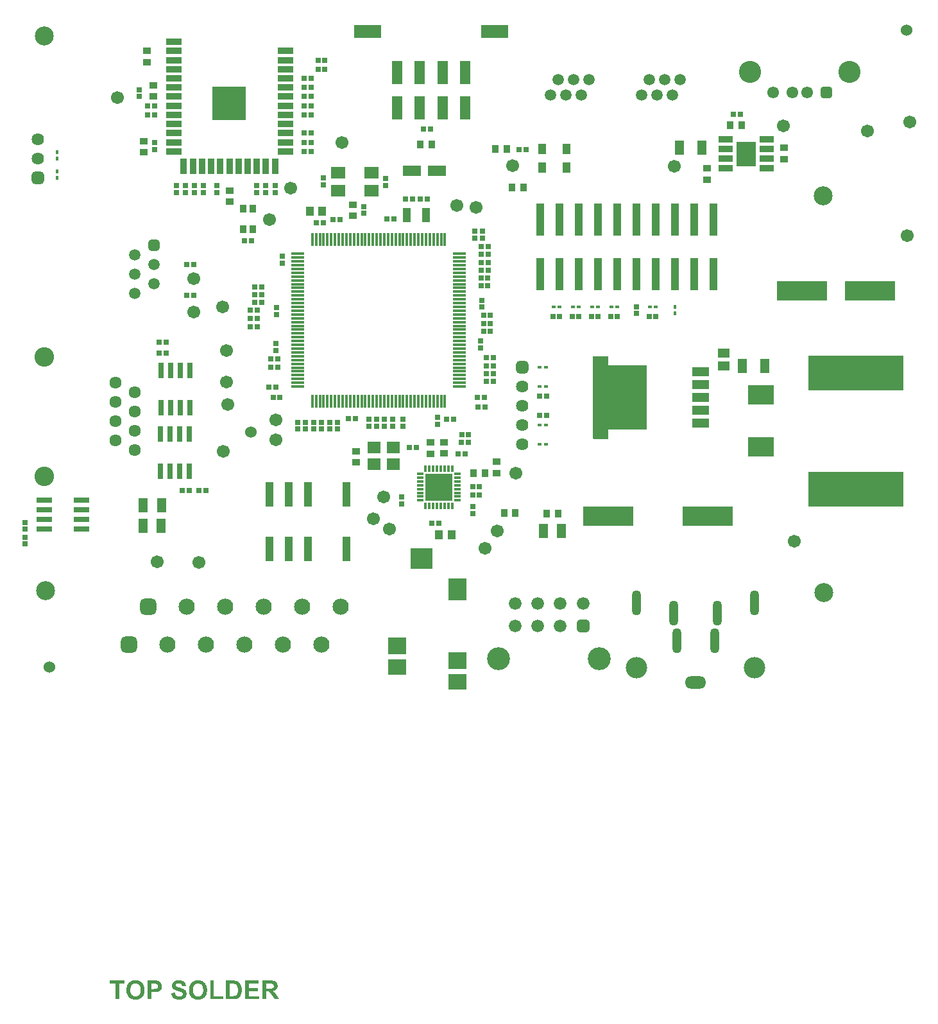
<source format=gts>
G04*
G04 #@! TF.GenerationSoftware,Altium Limited,Altium Designer,21.4.1 (30)*
G04*
G04 Layer_Color=8388736*
%FSLAX25Y25*%
%MOIN*%
G70*
G04*
G04 #@! TF.SameCoordinates,04E9EE4E-D336-421F-817C-04C26E83230A*
G04*
G04*
G04 #@! TF.FilePolarity,Negative*
G04*
G01*
G75*
%ADD52C,0.06000*%
%ADD53R,0.02800X0.02800*%
%ADD54R,0.06542X0.01500*%
%ADD55R,0.01500X0.06542*%
%ADD56C,0.06700*%
%ADD57R,0.03156X0.08200*%
%ADD58R,0.02800X0.02800*%
%ADD59R,0.07487X0.05912*%
%ADD60R,0.07100X0.06400*%
%ADD61R,0.04337X0.07487*%
%ADD62R,0.03550X0.04337*%
%ADD63R,0.08900X0.04600*%
%ADD64R,0.04400X0.16800*%
%ADD65R,0.10243X0.12998*%
%ADD66R,0.07487X0.03400*%
%ADD67R,0.04000X0.05200*%
%ADD68R,0.01975X0.01581*%
%ADD69R,0.04337X0.12841*%
%ADD70R,0.05128X0.07687*%
%ADD71R,0.05900X0.04700*%
%ADD72R,0.03800X0.04300*%
%ADD73R,0.01502X0.03747*%
%ADD74R,0.03747X0.01502*%
%ADD75R,0.14179X0.14179*%
%ADD76R,0.05400X0.11900*%
%ADD77R,0.13904X0.06896*%
%ADD78R,0.17723X0.17723*%
%ADD79R,0.03747X0.07900*%
%ADD80R,0.07900X0.03747*%
%ADD81R,0.49613X0.18117*%
%ADD82R,0.04200X0.04700*%
%ADD83R,0.09455X0.08274*%
%ADD84R,0.09455X0.09061*%
%ADD85R,0.09455X0.11424*%
%ADD86R,0.11424X0.10636*%
%ADD87R,0.09394X0.05394*%
%ADD88R,0.26394X0.10394*%
%ADD89R,0.05100X0.07500*%
%ADD90R,0.04300X0.03800*%
%ADD91R,0.08200X0.03156*%
%ADD92R,0.13392X0.10243*%
%ADD93R,0.01581X0.01975*%
%ADD94C,0.06334*%
%ADD95C,0.10138*%
%ADD96C,0.00394*%
%ADD97C,0.00400*%
%ADD98C,0.05900*%
G04:AMPARAMS|DCode=99|XSize=59mil|YSize=59mil|CornerRadius=15.75mil|HoleSize=0mil|Usage=FLASHONLY|Rotation=270.000|XOffset=0mil|YOffset=0mil|HoleType=Round|Shape=RoundedRectangle|*
%AMROUNDEDRECTD99*
21,1,0.05900,0.02750,0,0,270.0*
21,1,0.02750,0.05900,0,0,270.0*
1,1,0.03150,-0.01375,-0.01375*
1,1,0.03150,-0.01375,0.01375*
1,1,0.03150,0.01375,0.01375*
1,1,0.03150,0.01375,-0.01375*
%
%ADD99ROUNDEDRECTD99*%
%ADD100C,0.11500*%
%ADD101C,0.06100*%
G04:AMPARAMS|DCode=102|XSize=61mil|YSize=61mil|CornerRadius=16.25mil|HoleSize=0mil|Usage=FLASHONLY|Rotation=180.000|XOffset=0mil|YOffset=0mil|HoleType=Round|Shape=RoundedRectangle|*
%AMROUNDEDRECTD102*
21,1,0.06100,0.02850,0,0,180.0*
21,1,0.02850,0.06100,0,0,180.0*
1,1,0.03250,-0.01425,0.01425*
1,1,0.03250,0.01425,0.01425*
1,1,0.03250,0.01425,-0.01425*
1,1,0.03250,-0.01425,-0.01425*
%
%ADD102ROUNDEDRECTD102*%
G04:AMPARAMS|DCode=103|XSize=84mil|YSize=84mil|CornerRadius=22mil|HoleSize=0mil|Usage=FLASHONLY|Rotation=0.000|XOffset=0mil|YOffset=0mil|HoleType=Round|Shape=RoundedRectangle|*
%AMROUNDEDRECTD103*
21,1,0.08400,0.04000,0,0,0.0*
21,1,0.04000,0.08400,0,0,0.0*
1,1,0.04400,0.02000,-0.02000*
1,1,0.04400,-0.02000,-0.02000*
1,1,0.04400,-0.02000,0.02000*
1,1,0.04400,0.02000,0.02000*
%
%ADD103ROUNDEDRECTD103*%
%ADD104C,0.08400*%
%ADD105C,0.05906*%
%ADD106C,0.11900*%
%ADD107C,0.06600*%
G04:AMPARAMS|DCode=108|XSize=66mil|YSize=66mil|CornerRadius=17.5mil|HoleSize=0mil|Usage=FLASHONLY|Rotation=0.000|XOffset=0mil|YOffset=0mil|HoleType=Round|Shape=RoundedRectangle|*
%AMROUNDEDRECTD108*
21,1,0.06600,0.03100,0,0,0.0*
21,1,0.03100,0.06600,0,0,0.0*
1,1,0.03500,0.01550,-0.01550*
1,1,0.03500,-0.01550,-0.01550*
1,1,0.03500,-0.01550,0.01550*
1,1,0.03500,0.01550,0.01550*
%
%ADD108ROUNDEDRECTD108*%
%ADD109C,0.09843*%
%ADD110O,0.04800X0.13100*%
%ADD111O,0.11100X0.06400*%
%ADD112C,0.11100*%
%ADD113C,0.06400*%
G04:AMPARAMS|DCode=114|XSize=64mil|YSize=64mil|CornerRadius=17mil|HoleSize=0mil|Usage=FLASHONLY|Rotation=270.000|XOffset=0mil|YOffset=0mil|HoleType=Round|Shape=RoundedRectangle|*
%AMROUNDEDRECTD114*
21,1,0.06400,0.03000,0,0,270.0*
21,1,0.03000,0.06400,0,0,270.0*
1,1,0.03400,-0.01500,-0.01500*
1,1,0.03400,-0.01500,0.01500*
1,1,0.03400,0.01500,0.01500*
1,1,0.03400,0.01500,-0.01500*
%
%ADD114ROUNDEDRECTD114*%
G36*
X292366Y121850D02*
X292404Y121839D01*
X292439Y121820D01*
X292469Y121795D01*
X292494Y121765D01*
X292512Y121730D01*
X292524Y121692D01*
X292528Y121653D01*
Y116992D01*
X312327D01*
X312366Y116988D01*
X312404Y116976D01*
X312439Y116958D01*
X312469Y116933D01*
X312494Y116902D01*
X312512Y116868D01*
X312524Y116830D01*
X312528Y116791D01*
Y83995D01*
X312524Y83956D01*
X312512Y83919D01*
X312494Y83884D01*
X312469Y83853D01*
X312439Y83828D01*
X312404Y83810D01*
X312366Y83798D01*
X312327Y83794D01*
X292528D01*
Y79133D01*
X292524Y79094D01*
X292512Y79056D01*
X292494Y79022D01*
X292469Y78991D01*
X292439Y78966D01*
X292404Y78948D01*
X292366Y78936D01*
X292327Y78932D01*
X284807D01*
X284768Y78936D01*
X284730Y78948D01*
X284696Y78966D01*
X284665Y78991D01*
X284640Y79022D01*
X284622Y79056D01*
X284610Y79094D01*
X284606Y79133D01*
Y121653D01*
X284610Y121692D01*
X284622Y121730D01*
X284640Y121765D01*
X284665Y121795D01*
X284696Y121820D01*
X284730Y121839D01*
X284768Y121850D01*
X284807Y121854D01*
X292327D01*
X292366Y121850D01*
D02*
G37*
G36*
X69668Y-202125D02*
X69822Y-202139D01*
X70005Y-202153D01*
X70188Y-202182D01*
X70399Y-202210D01*
X70849Y-202308D01*
X71074Y-202378D01*
X71299Y-202449D01*
X71524Y-202547D01*
X71734Y-202660D01*
X71931Y-202786D01*
X72114Y-202927D01*
X72128Y-202941D01*
X72156Y-202969D01*
X72198Y-203011D01*
X72255Y-203067D01*
X72325Y-203152D01*
X72409Y-203250D01*
X72494Y-203362D01*
X72592Y-203489D01*
X72676Y-203644D01*
X72761Y-203798D01*
X72845Y-203981D01*
X72916Y-204178D01*
X72986Y-204375D01*
X73042Y-204600D01*
X73084Y-204825D01*
X73098Y-205078D01*
X71130Y-205148D01*
Y-205134D01*
Y-205120D01*
X71102Y-205022D01*
X71074Y-204895D01*
X71017Y-204740D01*
X70947Y-204558D01*
X70849Y-204389D01*
X70722Y-204220D01*
X70582Y-204080D01*
X70568Y-204065D01*
X70511Y-204023D01*
X70413Y-203967D01*
X70272Y-203911D01*
X70104Y-203855D01*
X69893Y-203798D01*
X69640Y-203756D01*
X69344Y-203742D01*
X69204D01*
X69049Y-203756D01*
X68866Y-203784D01*
X68655Y-203826D01*
X68430Y-203897D01*
X68220Y-203981D01*
X68023Y-204108D01*
X68009Y-204122D01*
X67980Y-204150D01*
X67924Y-204192D01*
X67868Y-204262D01*
X67812Y-204347D01*
X67756Y-204459D01*
X67727Y-204572D01*
X67713Y-204712D01*
Y-204726D01*
Y-204768D01*
X67727Y-204839D01*
X67756Y-204909D01*
X67784Y-205008D01*
X67826Y-205106D01*
X67896Y-205204D01*
X67994Y-205303D01*
X68009Y-205317D01*
X68079Y-205359D01*
X68121Y-205387D01*
X68191Y-205415D01*
X68262Y-205457D01*
X68360Y-205500D01*
X68473Y-205542D01*
X68599Y-205598D01*
X68754Y-205654D01*
X68908Y-205711D01*
X69105Y-205767D01*
X69316Y-205823D01*
X69541Y-205879D01*
X69794Y-205950D01*
X69808D01*
X69864Y-205964D01*
X69935Y-205978D01*
X70033Y-206006D01*
X70146Y-206034D01*
X70286Y-206076D01*
X70441Y-206118D01*
X70596Y-206160D01*
X70933Y-206273D01*
X71285Y-206385D01*
X71622Y-206512D01*
X71763Y-206582D01*
X71903Y-206653D01*
X71917D01*
X71931Y-206667D01*
X72016Y-206723D01*
X72142Y-206807D01*
X72297Y-206920D01*
X72466Y-207060D01*
X72648Y-207229D01*
X72831Y-207426D01*
X72986Y-207651D01*
X73000Y-207679D01*
X73042Y-207763D01*
X73112Y-207890D01*
X73183Y-208073D01*
X73253Y-208298D01*
X73323Y-208565D01*
X73365Y-208860D01*
X73379Y-209197D01*
Y-209211D01*
Y-209240D01*
Y-209282D01*
Y-209338D01*
X73365Y-209408D01*
X73351Y-209507D01*
X73323Y-209704D01*
X73267Y-209957D01*
X73183Y-210224D01*
X73056Y-210491D01*
X72901Y-210772D01*
Y-210786D01*
X72873Y-210800D01*
X72817Y-210885D01*
X72705Y-211025D01*
X72564Y-211180D01*
X72381Y-211363D01*
X72142Y-211531D01*
X71889Y-211700D01*
X71580Y-211855D01*
X71566D01*
X71538Y-211869D01*
X71495Y-211883D01*
X71425Y-211911D01*
X71341Y-211939D01*
X71242Y-211967D01*
X71130Y-211995D01*
X71003Y-212023D01*
X70849Y-212066D01*
X70694Y-212094D01*
X70328Y-212150D01*
X69921Y-212192D01*
X69471Y-212206D01*
X69288D01*
X69161Y-212192D01*
X69007Y-212178D01*
X68838Y-212164D01*
X68641Y-212136D01*
X68430Y-212094D01*
X67966Y-211995D01*
X67727Y-211925D01*
X67502Y-211855D01*
X67263Y-211756D01*
X67039Y-211644D01*
X66828Y-211517D01*
X66631Y-211363D01*
X66617Y-211349D01*
X66588Y-211320D01*
X66532Y-211278D01*
X66476Y-211208D01*
X66392Y-211110D01*
X66307Y-210997D01*
X66209Y-210871D01*
X66110Y-210730D01*
X66012Y-210561D01*
X65914Y-210379D01*
X65815Y-210168D01*
X65717Y-209943D01*
X65646Y-209704D01*
X65562Y-209436D01*
X65506Y-209155D01*
X65464Y-208860D01*
X67376Y-208677D01*
Y-208691D01*
X67390Y-208719D01*
Y-208776D01*
X67404Y-208832D01*
X67460Y-209001D01*
X67531Y-209211D01*
X67615Y-209451D01*
X67742Y-209689D01*
X67882Y-209900D01*
X68065Y-210097D01*
X68093Y-210111D01*
X68163Y-210168D01*
X68276Y-210238D01*
X68445Y-210322D01*
X68655Y-210407D01*
X68894Y-210477D01*
X69176Y-210533D01*
X69499Y-210547D01*
X69654D01*
X69822Y-210519D01*
X70033Y-210491D01*
X70258Y-210449D01*
X70497Y-210379D01*
X70722Y-210280D01*
X70919Y-210154D01*
X70947Y-210139D01*
X71003Y-210083D01*
X71074Y-209999D01*
X71172Y-209886D01*
X71257Y-209746D01*
X71341Y-209577D01*
X71397Y-209408D01*
X71411Y-209211D01*
Y-209197D01*
Y-209155D01*
X71397Y-209085D01*
X71383Y-209001D01*
X71355Y-208916D01*
X71327Y-208818D01*
X71271Y-208719D01*
X71200Y-208621D01*
X71186Y-208607D01*
X71158Y-208579D01*
X71116Y-208537D01*
X71046Y-208480D01*
X70947Y-208410D01*
X70821Y-208340D01*
X70680Y-208270D01*
X70497Y-208199D01*
X70483D01*
X70427Y-208171D01*
X70328Y-208143D01*
X70258Y-208115D01*
X70174Y-208101D01*
X70075Y-208073D01*
X69963Y-208031D01*
X69836Y-208002D01*
X69696Y-207960D01*
X69527Y-207918D01*
X69344Y-207876D01*
X69147Y-207820D01*
X68923Y-207763D01*
X68908D01*
X68852Y-207749D01*
X68768Y-207721D01*
X68669Y-207693D01*
X68543Y-207651D01*
X68388Y-207609D01*
X68234Y-207552D01*
X68051Y-207496D01*
X67685Y-207356D01*
X67334Y-207187D01*
X67151Y-207102D01*
X66996Y-207004D01*
X66842Y-206906D01*
X66715Y-206807D01*
X66701Y-206793D01*
X66673Y-206765D01*
X66631Y-206723D01*
X66575Y-206667D01*
X66504Y-206582D01*
X66434Y-206484D01*
X66350Y-206385D01*
X66279Y-206259D01*
X66110Y-205964D01*
X65970Y-205626D01*
X65914Y-205443D01*
X65872Y-205261D01*
X65843Y-205050D01*
X65829Y-204839D01*
Y-204825D01*
Y-204811D01*
Y-204768D01*
Y-204712D01*
X65857Y-204572D01*
X65886Y-204389D01*
X65928Y-204178D01*
X65998Y-203939D01*
X66096Y-203686D01*
X66237Y-203447D01*
Y-203433D01*
X66251Y-203419D01*
X66321Y-203334D01*
X66406Y-203222D01*
X66546Y-203081D01*
X66715Y-202927D01*
X66926Y-202758D01*
X67165Y-202603D01*
X67446Y-202463D01*
X67460D01*
X67488Y-202449D01*
X67531Y-202435D01*
X67587Y-202407D01*
X67671Y-202378D01*
X67756Y-202350D01*
X67868Y-202322D01*
X67994Y-202280D01*
X68276Y-202224D01*
X68599Y-202167D01*
X68965Y-202125D01*
X69372Y-202111D01*
X69541D01*
X69668Y-202125D01*
D02*
G37*
G36*
X117331Y-202308D02*
X117486D01*
X117640Y-202322D01*
X117823D01*
X118189Y-202364D01*
X118568Y-202407D01*
X118920Y-202477D01*
X119074Y-202519D01*
X119215Y-202561D01*
X119229D01*
X119243Y-202575D01*
X119328Y-202617D01*
X119454Y-202688D01*
X119623Y-202772D01*
X119806Y-202913D01*
X119988Y-203067D01*
X120171Y-203264D01*
X120340Y-203503D01*
Y-203517D01*
X120354Y-203531D01*
X120382Y-203573D01*
X120410Y-203616D01*
X120481Y-203756D01*
X120565Y-203939D01*
X120635Y-204164D01*
X120705Y-204417D01*
X120762Y-204712D01*
X120776Y-205022D01*
Y-205036D01*
Y-205064D01*
Y-205134D01*
X120762Y-205204D01*
Y-205303D01*
X120748Y-205401D01*
X120691Y-205654D01*
X120621Y-205950D01*
X120509Y-206245D01*
X120340Y-206554D01*
X120241Y-206695D01*
X120129Y-206835D01*
X120115Y-206849D01*
X120101Y-206863D01*
X120059Y-206906D01*
X120002Y-206948D01*
X119946Y-207004D01*
X119862Y-207074D01*
X119764Y-207145D01*
X119651Y-207215D01*
X119524Y-207299D01*
X119370Y-207370D01*
X119215Y-207440D01*
X119046Y-207510D01*
X118850Y-207580D01*
X118653Y-207637D01*
X118442Y-207693D01*
X118203Y-207735D01*
X118217D01*
X118231Y-207749D01*
X118315Y-207805D01*
X118428Y-207876D01*
X118568Y-207974D01*
X118737Y-208101D01*
X118906Y-208227D01*
X119089Y-208382D01*
X119243Y-208551D01*
X119257Y-208565D01*
X119328Y-208635D01*
X119412Y-208748D01*
X119538Y-208916D01*
X119707Y-209127D01*
X119792Y-209268D01*
X119890Y-209408D01*
X120002Y-209563D01*
X120115Y-209732D01*
X120241Y-209929D01*
X120368Y-210125D01*
X121563Y-212023D01*
X119201D01*
X117795Y-209914D01*
X117781Y-209900D01*
X117767Y-209858D01*
X117725Y-209802D01*
X117668Y-209732D01*
X117612Y-209647D01*
X117542Y-209535D01*
X117387Y-209310D01*
X117204Y-209057D01*
X117036Y-208832D01*
X116881Y-208621D01*
X116811Y-208551D01*
X116755Y-208480D01*
X116741Y-208466D01*
X116712Y-208438D01*
X116656Y-208382D01*
X116586Y-208312D01*
X116488Y-208255D01*
X116389Y-208185D01*
X116277Y-208129D01*
X116164Y-208073D01*
X116150D01*
X116108Y-208059D01*
X116038Y-208031D01*
X115925Y-208016D01*
X115785Y-207988D01*
X115616Y-207974D01*
X115419Y-207960D01*
X114786D01*
Y-212023D01*
X112818D01*
Y-202294D01*
X117204D01*
X117331Y-202308D01*
D02*
G37*
G36*
X110962Y-203939D02*
X105718D01*
Y-206090D01*
X110596D01*
Y-207735D01*
X105718D01*
Y-210379D01*
X111145D01*
Y-212023D01*
X103749D01*
Y-202294D01*
X110962D01*
Y-203939D01*
D02*
G37*
G36*
X97928Y-202308D02*
X98195Y-202322D01*
X98491Y-202336D01*
X98800Y-202378D01*
X99095Y-202420D01*
X99362Y-202491D01*
X99376D01*
X99405Y-202505D01*
X99447Y-202519D01*
X99503Y-202533D01*
X99672Y-202603D01*
X99869Y-202702D01*
X100093Y-202828D01*
X100347Y-202983D01*
X100586Y-203166D01*
X100825Y-203391D01*
X100839D01*
X100853Y-203419D01*
X100923Y-203503D01*
X101035Y-203644D01*
X101162Y-203826D01*
X101317Y-204051D01*
X101471Y-204319D01*
X101626Y-204628D01*
X101753Y-204965D01*
Y-204979D01*
X101767Y-205008D01*
X101781Y-205064D01*
X101809Y-205134D01*
X101823Y-205219D01*
X101851Y-205331D01*
X101879Y-205457D01*
X101921Y-205598D01*
X101949Y-205753D01*
X101978Y-205936D01*
X102006Y-206118D01*
X102020Y-206329D01*
X102062Y-206765D01*
X102076Y-207257D01*
Y-207271D01*
Y-207313D01*
Y-207370D01*
Y-207454D01*
X102062Y-207566D01*
Y-207679D01*
X102048Y-207820D01*
X102034Y-207974D01*
X102006Y-208298D01*
X101949Y-208635D01*
X101865Y-208986D01*
X101767Y-209324D01*
Y-209338D01*
X101753Y-209366D01*
X101725Y-209422D01*
X101696Y-209507D01*
X101668Y-209591D01*
X101612Y-209689D01*
X101499Y-209943D01*
X101359Y-210210D01*
X101176Y-210505D01*
X100965Y-210786D01*
X100726Y-211053D01*
X100698Y-211082D01*
X100628Y-211138D01*
X100515Y-211222D01*
X100361Y-211335D01*
X100164Y-211461D01*
X99939Y-211588D01*
X99658Y-211714D01*
X99348Y-211827D01*
X99334D01*
X99320Y-211841D01*
X99278D01*
X99236Y-211855D01*
X99081Y-211883D01*
X98884Y-211925D01*
X98645Y-211967D01*
X98350Y-211995D01*
X97999Y-212009D01*
X97619Y-212023D01*
X93935D01*
Y-202294D01*
X97816D01*
X97928Y-202308D01*
D02*
G37*
G36*
X87636Y-210379D02*
X92529D01*
Y-212023D01*
X85668D01*
Y-202364D01*
X87636D01*
Y-210379D01*
D02*
G37*
G36*
X56873Y-202308D02*
X57239D01*
X57632Y-202336D01*
X58026Y-202364D01*
X58195Y-202378D01*
X58363Y-202392D01*
X58504Y-202420D01*
X58617Y-202449D01*
X58631D01*
X58659Y-202463D01*
X58701Y-202477D01*
X58757Y-202491D01*
X58912Y-202561D01*
X59109Y-202645D01*
X59320Y-202772D01*
X59558Y-202941D01*
X59784Y-203152D01*
X60009Y-203405D01*
Y-203419D01*
X60037Y-203433D01*
X60065Y-203475D01*
X60093Y-203531D01*
X60149Y-203616D01*
X60191Y-203700D01*
X60247Y-203798D01*
X60304Y-203911D01*
X60402Y-204192D01*
X60501Y-204501D01*
X60557Y-204881D01*
X60585Y-205289D01*
Y-205303D01*
Y-205331D01*
Y-205373D01*
Y-205443D01*
X60571Y-205514D01*
Y-205612D01*
X60543Y-205809D01*
X60501Y-206048D01*
X60444Y-206315D01*
X60360Y-206568D01*
X60247Y-206807D01*
X60233Y-206835D01*
X60191Y-206906D01*
X60121Y-207018D01*
X60022Y-207159D01*
X59910Y-207299D01*
X59755Y-207468D01*
X59601Y-207623D01*
X59418Y-207763D01*
X59390Y-207777D01*
X59334Y-207820D01*
X59235Y-207876D01*
X59109Y-207946D01*
X58954Y-208031D01*
X58785Y-208101D01*
X58602Y-208171D01*
X58406Y-208227D01*
X58377D01*
X58335Y-208241D01*
X58279D01*
X58209Y-208255D01*
X58110Y-208270D01*
X58012Y-208283D01*
X57885D01*
X57759Y-208298D01*
X57604Y-208312D01*
X57436Y-208326D01*
X57253Y-208340D01*
X57056D01*
X56845Y-208354D01*
X55102D01*
Y-212023D01*
X53133D01*
Y-202294D01*
X56718D01*
X56873Y-202308D01*
D02*
G37*
G36*
X41280Y-203939D02*
X38412D01*
Y-212023D01*
X36444D01*
Y-203939D01*
X33562D01*
Y-202294D01*
X41280D01*
Y-203939D01*
D02*
G37*
G36*
X79552Y-202125D02*
X79693D01*
X79875Y-202153D01*
X80086Y-202182D01*
X80325Y-202224D01*
X80578Y-202280D01*
X80845Y-202350D01*
X81127Y-202435D01*
X81408Y-202547D01*
X81703Y-202674D01*
X81984Y-202828D01*
X82265Y-203011D01*
X82533Y-203222D01*
X82786Y-203461D01*
X82800Y-203475D01*
X82842Y-203517D01*
X82912Y-203602D01*
X82982Y-203700D01*
X83081Y-203841D01*
X83193Y-204009D01*
X83306Y-204206D01*
X83432Y-204431D01*
X83559Y-204670D01*
X83671Y-204951D01*
X83784Y-205261D01*
X83882Y-205584D01*
X83967Y-205950D01*
X84023Y-206329D01*
X84065Y-206737D01*
X84079Y-207173D01*
Y-207201D01*
Y-207271D01*
X84065Y-207398D01*
Y-207566D01*
X84037Y-207763D01*
X84009Y-207988D01*
X83967Y-208255D01*
X83925Y-208523D01*
X83854Y-208818D01*
X83770Y-209127D01*
X83657Y-209436D01*
X83531Y-209746D01*
X83390Y-210041D01*
X83207Y-210336D01*
X83011Y-210617D01*
X82786Y-210885D01*
X82772Y-210899D01*
X82729Y-210941D01*
X82659Y-211011D01*
X82547Y-211095D01*
X82420Y-211194D01*
X82265Y-211306D01*
X82083Y-211419D01*
X81886Y-211545D01*
X81647Y-211672D01*
X81394Y-211785D01*
X81112Y-211897D01*
X80803Y-211995D01*
X80480Y-212080D01*
X80128Y-212150D01*
X79763Y-212192D01*
X79369Y-212206D01*
X79271D01*
X79158Y-212192D01*
X79018Y-212178D01*
X78835Y-212164D01*
X78624Y-212136D01*
X78385Y-212094D01*
X78132Y-212038D01*
X77851Y-211967D01*
X77583Y-211883D01*
X77288Y-211770D01*
X77007Y-211644D01*
X76712Y-211503D01*
X76445Y-211320D01*
X76178Y-211124D01*
X75924Y-210885D01*
X75910Y-210871D01*
X75868Y-210828D01*
X75812Y-210744D01*
X75727Y-210646D01*
X75629Y-210505D01*
X75517Y-210336D01*
X75404Y-210154D01*
X75292Y-209929D01*
X75165Y-209689D01*
X75053Y-209408D01*
X74940Y-209113D01*
X74842Y-208790D01*
X74757Y-208438D01*
X74701Y-208059D01*
X74659Y-207651D01*
X74645Y-207229D01*
Y-207215D01*
Y-207159D01*
Y-207088D01*
X74659Y-206976D01*
Y-206849D01*
X74673Y-206709D01*
X74687Y-206540D01*
X74701Y-206357D01*
X74757Y-205964D01*
X74828Y-205542D01*
X74940Y-205120D01*
X75081Y-204726D01*
Y-204712D01*
X75095Y-204698D01*
X75123Y-204656D01*
X75137Y-204600D01*
X75221Y-204459D01*
X75320Y-204276D01*
X75446Y-204065D01*
X75601Y-203855D01*
X75784Y-203616D01*
X75981Y-203391D01*
X75995Y-203377D01*
X76009Y-203362D01*
X76079Y-203292D01*
X76206Y-203180D01*
X76360Y-203053D01*
X76543Y-202913D01*
X76754Y-202758D01*
X76993Y-202617D01*
X77246Y-202505D01*
X77260D01*
X77288Y-202491D01*
X77344Y-202463D01*
X77415Y-202449D01*
X77499Y-202407D01*
X77597Y-202378D01*
X77724Y-202350D01*
X77851Y-202308D01*
X78160Y-202238D01*
X78511Y-202167D01*
X78919Y-202125D01*
X79341Y-202111D01*
X79439D01*
X79552Y-202125D01*
D02*
G37*
G36*
X47059D02*
X47200D01*
X47383Y-202153D01*
X47594Y-202182D01*
X47833Y-202224D01*
X48086Y-202280D01*
X48353Y-202350D01*
X48634Y-202435D01*
X48915Y-202547D01*
X49210Y-202674D01*
X49492Y-202828D01*
X49773Y-203011D01*
X50040Y-203222D01*
X50293Y-203461D01*
X50307Y-203475D01*
X50349Y-203517D01*
X50419Y-203602D01*
X50490Y-203700D01*
X50588Y-203841D01*
X50701Y-204009D01*
X50813Y-204206D01*
X50940Y-204431D01*
X51066Y-204670D01*
X51179Y-204951D01*
X51291Y-205261D01*
X51390Y-205584D01*
X51474Y-205950D01*
X51530Y-206329D01*
X51573Y-206737D01*
X51587Y-207173D01*
Y-207201D01*
Y-207271D01*
X51573Y-207398D01*
Y-207566D01*
X51544Y-207763D01*
X51516Y-207988D01*
X51474Y-208255D01*
X51432Y-208523D01*
X51362Y-208818D01*
X51277Y-209127D01*
X51165Y-209436D01*
X51038Y-209746D01*
X50898Y-210041D01*
X50715Y-210336D01*
X50518Y-210617D01*
X50293Y-210885D01*
X50279Y-210899D01*
X50237Y-210941D01*
X50166Y-211011D01*
X50054Y-211095D01*
X49927Y-211194D01*
X49773Y-211306D01*
X49590Y-211419D01*
X49393Y-211545D01*
X49154Y-211672D01*
X48901Y-211785D01*
X48620Y-211897D01*
X48311Y-211995D01*
X47987Y-212080D01*
X47636Y-212150D01*
X47270Y-212192D01*
X46876Y-212206D01*
X46778D01*
X46665Y-212192D01*
X46525Y-212178D01*
X46342Y-212164D01*
X46131Y-212136D01*
X45892Y-212094D01*
X45639Y-212038D01*
X45358Y-211967D01*
X45091Y-211883D01*
X44796Y-211770D01*
X44514Y-211644D01*
X44219Y-211503D01*
X43952Y-211320D01*
X43685Y-211124D01*
X43432Y-210885D01*
X43418Y-210871D01*
X43376Y-210828D01*
X43319Y-210744D01*
X43235Y-210646D01*
X43137Y-210505D01*
X43024Y-210336D01*
X42911Y-210154D01*
X42799Y-209929D01*
X42673Y-209689D01*
X42560Y-209408D01*
X42448Y-209113D01*
X42349Y-208790D01*
X42265Y-208438D01*
X42208Y-208059D01*
X42166Y-207651D01*
X42152Y-207229D01*
Y-207215D01*
Y-207159D01*
Y-207088D01*
X42166Y-206976D01*
Y-206849D01*
X42180Y-206709D01*
X42194Y-206540D01*
X42208Y-206357D01*
X42265Y-205964D01*
X42335Y-205542D01*
X42448Y-205120D01*
X42588Y-204726D01*
Y-204712D01*
X42602Y-204698D01*
X42630Y-204656D01*
X42644Y-204600D01*
X42729Y-204459D01*
X42827Y-204276D01*
X42954Y-204065D01*
X43108Y-203855D01*
X43291Y-203616D01*
X43488Y-203391D01*
X43502Y-203377D01*
X43516Y-203362D01*
X43586Y-203292D01*
X43713Y-203180D01*
X43868Y-203053D01*
X44050Y-202913D01*
X44261Y-202758D01*
X44500Y-202617D01*
X44753Y-202505D01*
X44767D01*
X44796Y-202491D01*
X44852Y-202463D01*
X44922Y-202449D01*
X45006Y-202407D01*
X45105Y-202378D01*
X45231Y-202350D01*
X45358Y-202308D01*
X45667Y-202238D01*
X46019Y-202167D01*
X46426Y-202125D01*
X46848Y-202111D01*
X46947D01*
X47059Y-202125D01*
D02*
G37*
%LPC*%
G36*
X117036Y-203939D02*
X114786D01*
Y-206414D01*
X116698D01*
X116980Y-206399D01*
X117275Y-206385D01*
X117570Y-206371D01*
X117697Y-206357D01*
X117809Y-206343D01*
X117922Y-206315D01*
X117992Y-206301D01*
X118006D01*
X118048Y-206273D01*
X118118Y-206245D01*
X118189Y-206203D01*
X118371Y-206076D01*
X118456Y-205992D01*
X118540Y-205893D01*
X118554Y-205879D01*
X118568Y-205837D01*
X118611Y-205781D01*
X118653Y-205697D01*
X118681Y-205584D01*
X118723Y-205457D01*
X118737Y-205317D01*
X118751Y-205162D01*
Y-205134D01*
Y-205078D01*
X118737Y-204994D01*
X118723Y-204881D01*
X118681Y-204754D01*
X118639Y-204628D01*
X118568Y-204487D01*
X118484Y-204375D01*
X118470Y-204361D01*
X118442Y-204319D01*
X118371Y-204276D01*
X118287Y-204206D01*
X118189Y-204136D01*
X118062Y-204080D01*
X117908Y-204023D01*
X117739Y-203981D01*
X117725D01*
X117683Y-203967D01*
X117598D01*
X117472Y-203953D01*
X117162D01*
X117036Y-203939D01*
D02*
G37*
G36*
X97183D02*
X95904D01*
Y-210379D01*
X97633D01*
X97816Y-210364D01*
X98013D01*
X98210Y-210336D01*
X98392Y-210322D01*
X98547Y-210294D01*
X98575D01*
X98631Y-210266D01*
X98716Y-210238D01*
X98828Y-210196D01*
X98955Y-210139D01*
X99081Y-210069D01*
X99208Y-209985D01*
X99334Y-209886D01*
X99348Y-209872D01*
X99391Y-209830D01*
X99447Y-209760D01*
X99517Y-209661D01*
X99587Y-209535D01*
X99686Y-209380D01*
X99756Y-209183D01*
X99840Y-208958D01*
Y-208944D01*
X99854Y-208930D01*
Y-208888D01*
X99869Y-208832D01*
X99897Y-208776D01*
X99911Y-208691D01*
X99953Y-208480D01*
X99981Y-208227D01*
X100023Y-207932D01*
X100037Y-207566D01*
X100051Y-207173D01*
Y-207159D01*
Y-207117D01*
Y-207060D01*
Y-206990D01*
Y-206892D01*
X100037Y-206779D01*
X100023Y-206540D01*
X99995Y-206259D01*
X99967Y-205964D01*
X99911Y-205697D01*
X99840Y-205443D01*
Y-205429D01*
X99826Y-205415D01*
X99798Y-205345D01*
X99756Y-205233D01*
X99700Y-205092D01*
X99616Y-204951D01*
X99517Y-204797D01*
X99405Y-204642D01*
X99278Y-204501D01*
X99264Y-204487D01*
X99222Y-204445D01*
X99137Y-204389D01*
X99039Y-204319D01*
X98898Y-204234D01*
X98744Y-204164D01*
X98575Y-204094D01*
X98378Y-204037D01*
X98364D01*
X98294Y-204023D01*
X98181Y-204009D01*
X98027Y-203981D01*
X97928D01*
X97802Y-203967D01*
X97675D01*
X97535Y-203953D01*
X97366D01*
X97183Y-203939D01*
D02*
G37*
G36*
X56564D02*
X55102D01*
Y-206709D01*
X56451D01*
X56550Y-206695D01*
X56803D01*
X57056Y-206681D01*
X57309Y-206653D01*
X57534Y-206610D01*
X57632Y-206596D01*
X57717Y-206568D01*
X57731Y-206554D01*
X57787Y-206540D01*
X57857Y-206498D01*
X57942Y-206456D01*
X58040Y-206385D01*
X58139Y-206301D01*
X58251Y-206203D01*
X58335Y-206090D01*
X58349Y-206076D01*
X58377Y-206034D01*
X58406Y-205964D01*
X58448Y-205865D01*
X58490Y-205753D01*
X58532Y-205626D01*
X58546Y-205486D01*
X58560Y-205331D01*
Y-205303D01*
Y-205247D01*
X58546Y-205148D01*
X58518Y-205022D01*
X58476Y-204881D01*
X58420Y-204726D01*
X58349Y-204586D01*
X58237Y-204445D01*
X58223Y-204431D01*
X58181Y-204389D01*
X58110Y-204333D01*
X58026Y-204262D01*
X57914Y-204178D01*
X57773Y-204108D01*
X57618Y-204051D01*
X57450Y-204009D01*
X57436D01*
X57379Y-203995D01*
X57281Y-203981D01*
X57140Y-203967D01*
X56957D01*
X56831Y-203953D01*
X56704D01*
X56564Y-203939D01*
D02*
G37*
G36*
X79369Y-203784D02*
X79257D01*
X79172Y-203798D01*
X79060Y-203813D01*
X78947Y-203826D01*
X78666Y-203883D01*
X78357Y-203995D01*
X78188Y-204051D01*
X78019Y-204136D01*
X77865Y-204234D01*
X77696Y-204347D01*
X77541Y-204473D01*
X77401Y-204628D01*
X77387Y-204642D01*
X77373Y-204670D01*
X77330Y-204712D01*
X77288Y-204783D01*
X77232Y-204881D01*
X77176Y-204979D01*
X77105Y-205106D01*
X77035Y-205261D01*
X76965Y-205429D01*
X76894Y-205612D01*
X76838Y-205823D01*
X76782Y-206048D01*
X76740Y-206301D01*
X76698Y-206568D01*
X76684Y-206849D01*
X76670Y-207159D01*
Y-207173D01*
Y-207229D01*
Y-207313D01*
X76684Y-207426D01*
X76698Y-207566D01*
X76712Y-207735D01*
X76740Y-207904D01*
X76768Y-208101D01*
X76852Y-208508D01*
X76993Y-208916D01*
X77077Y-209127D01*
X77176Y-209324D01*
X77302Y-209507D01*
X77429Y-209676D01*
X77443Y-209689D01*
X77471Y-209718D01*
X77513Y-209760D01*
X77569Y-209802D01*
X77640Y-209872D01*
X77738Y-209943D01*
X77837Y-210027D01*
X77963Y-210097D01*
X78230Y-210266D01*
X78568Y-210392D01*
X78750Y-210449D01*
X78947Y-210491D01*
X79158Y-210519D01*
X79369Y-210533D01*
X79482D01*
X79566Y-210519D01*
X79664Y-210505D01*
X79777Y-210491D01*
X80044Y-210421D01*
X80353Y-210322D01*
X80508Y-210252D01*
X80677Y-210182D01*
X80831Y-210083D01*
X81000Y-209971D01*
X81155Y-209844D01*
X81295Y-209689D01*
X81309Y-209676D01*
X81323Y-209647D01*
X81366Y-209605D01*
X81408Y-209535D01*
X81478Y-209436D01*
X81534Y-209324D01*
X81605Y-209197D01*
X81675Y-209043D01*
X81745Y-208874D01*
X81815Y-208691D01*
X81886Y-208480D01*
X81942Y-208241D01*
X81984Y-208002D01*
X82026Y-207735D01*
X82041Y-207440D01*
X82055Y-207131D01*
Y-207117D01*
Y-207060D01*
Y-206976D01*
X82041Y-206849D01*
X82026Y-206709D01*
X82012Y-206554D01*
X81998Y-206371D01*
X81956Y-206189D01*
X81872Y-205781D01*
X81745Y-205359D01*
X81661Y-205148D01*
X81562Y-204965D01*
X81436Y-204783D01*
X81309Y-204614D01*
X81295Y-204600D01*
X81281Y-204572D01*
X81239Y-204544D01*
X81183Y-204487D01*
X81099Y-204417D01*
X81014Y-204347D01*
X80916Y-204276D01*
X80789Y-204192D01*
X80663Y-204122D01*
X80508Y-204051D01*
X80185Y-203911D01*
X80002Y-203855D01*
X79805Y-203826D01*
X79594Y-203798D01*
X79369Y-203784D01*
D02*
G37*
G36*
X46876D02*
X46764D01*
X46680Y-203798D01*
X46567Y-203813D01*
X46455Y-203826D01*
X46173Y-203883D01*
X45864Y-203995D01*
X45695Y-204051D01*
X45527Y-204136D01*
X45372Y-204234D01*
X45203Y-204347D01*
X45049Y-204473D01*
X44908Y-204628D01*
X44894Y-204642D01*
X44880Y-204670D01*
X44838Y-204712D01*
X44796Y-204783D01*
X44739Y-204881D01*
X44683Y-204979D01*
X44613Y-205106D01*
X44543Y-205261D01*
X44472Y-205429D01*
X44402Y-205612D01*
X44346Y-205823D01*
X44289Y-206048D01*
X44247Y-206301D01*
X44205Y-206568D01*
X44191Y-206849D01*
X44177Y-207159D01*
Y-207173D01*
Y-207229D01*
Y-207313D01*
X44191Y-207426D01*
X44205Y-207566D01*
X44219Y-207735D01*
X44247Y-207904D01*
X44275Y-208101D01*
X44360Y-208508D01*
X44500Y-208916D01*
X44585Y-209127D01*
X44683Y-209324D01*
X44810Y-209507D01*
X44936Y-209676D01*
X44950Y-209689D01*
X44978Y-209718D01*
X45020Y-209760D01*
X45077Y-209802D01*
X45147Y-209872D01*
X45246Y-209943D01*
X45344Y-210027D01*
X45470Y-210097D01*
X45738Y-210266D01*
X46075Y-210392D01*
X46258Y-210449D01*
X46455Y-210491D01*
X46665Y-210519D01*
X46876Y-210533D01*
X46989D01*
X47073Y-210519D01*
X47172Y-210505D01*
X47284Y-210491D01*
X47551Y-210421D01*
X47861Y-210322D01*
X48015Y-210252D01*
X48184Y-210182D01*
X48339Y-210083D01*
X48507Y-209971D01*
X48662Y-209844D01*
X48803Y-209689D01*
X48817Y-209676D01*
X48831Y-209647D01*
X48873Y-209605D01*
X48915Y-209535D01*
X48985Y-209436D01*
X49042Y-209324D01*
X49112Y-209197D01*
X49182Y-209043D01*
X49253Y-208874D01*
X49323Y-208691D01*
X49393Y-208480D01*
X49449Y-208241D01*
X49492Y-208002D01*
X49534Y-207735D01*
X49548Y-207440D01*
X49562Y-207131D01*
Y-207117D01*
Y-207060D01*
Y-206976D01*
X49548Y-206849D01*
X49534Y-206709D01*
X49520Y-206554D01*
X49506Y-206371D01*
X49463Y-206189D01*
X49379Y-205781D01*
X49253Y-205359D01*
X49168Y-205148D01*
X49070Y-204965D01*
X48943Y-204783D01*
X48817Y-204614D01*
X48803Y-204600D01*
X48789Y-204572D01*
X48746Y-204544D01*
X48690Y-204487D01*
X48606Y-204417D01*
X48521Y-204347D01*
X48423Y-204276D01*
X48296Y-204192D01*
X48170Y-204122D01*
X48015Y-204051D01*
X47692Y-203911D01*
X47509Y-203855D01*
X47312Y-203826D01*
X47101Y-203798D01*
X46876Y-203784D01*
D02*
G37*
%LPD*%
D52*
X106900Y82500D02*
D03*
X447551Y291247D02*
D03*
X2306Y-39469D02*
D03*
D53*
X180311Y85479D02*
D03*
Y89045D02*
D03*
X185800Y85417D02*
D03*
Y88983D02*
D03*
X68009Y206816D02*
D03*
Y210381D02*
D03*
X119348D02*
D03*
Y206816D02*
D03*
X114608Y210381D02*
D03*
Y206816D02*
D03*
X176211Y89045D02*
D03*
Y85479D02*
D03*
X144495Y210956D02*
D03*
Y214522D02*
D03*
X176792Y214169D02*
D03*
Y210603D02*
D03*
X185045Y48748D02*
D03*
Y45182D02*
D03*
X203683Y90128D02*
D03*
Y86562D02*
D03*
X109867Y210381D02*
D03*
Y206816D02*
D03*
X48814Y260203D02*
D03*
Y256637D02*
D03*
X131208Y84001D02*
D03*
Y87567D02*
D03*
X135296Y83990D02*
D03*
Y87556D02*
D03*
X139385Y87544D02*
D03*
Y83978D02*
D03*
X143628Y83978D02*
D03*
Y87544D02*
D03*
X165356Y196039D02*
D03*
Y199604D02*
D03*
X226669Y150895D02*
D03*
Y147329D02*
D03*
X226057Y129661D02*
D03*
Y126096D02*
D03*
X119916Y128418D02*
D03*
Y124852D02*
D03*
X120272Y147125D02*
D03*
Y143560D02*
D03*
X123039Y173819D02*
D03*
Y170253D02*
D03*
X223069Y186634D02*
D03*
Y183069D02*
D03*
X77490Y210381D02*
D03*
Y206816D02*
D03*
X82230Y210381D02*
D03*
Y206816D02*
D03*
X172111Y89045D02*
D03*
Y85479D02*
D03*
X168011Y89045D02*
D03*
Y85479D02*
D03*
X151828Y83967D02*
D03*
Y87532D02*
D03*
X147728Y83967D02*
D03*
Y87532D02*
D03*
X227169Y183069D02*
D03*
Y186634D02*
D03*
X222096Y40214D02*
D03*
Y43780D02*
D03*
X89165Y210346D02*
D03*
Y206780D02*
D03*
X-10514Y32022D02*
D03*
Y35587D02*
D03*
X56953Y232740D02*
D03*
Y229174D02*
D03*
X-10491Y24356D02*
D03*
Y27922D02*
D03*
X307285Y144029D02*
D03*
Y147595D02*
D03*
X72749Y210381D02*
D03*
Y206816D02*
D03*
D54*
X131124Y175016D02*
D03*
Y173048D02*
D03*
Y171079D02*
D03*
Y169111D02*
D03*
Y167142D02*
D03*
Y165174D02*
D03*
Y163205D02*
D03*
Y161237D02*
D03*
Y159268D02*
D03*
Y157300D02*
D03*
Y155331D02*
D03*
Y153363D02*
D03*
Y151394D02*
D03*
Y149426D02*
D03*
Y147457D02*
D03*
Y145489D02*
D03*
Y143520D02*
D03*
Y141552D02*
D03*
Y139583D02*
D03*
Y137615D02*
D03*
Y135646D02*
D03*
Y133678D02*
D03*
Y131709D02*
D03*
Y129741D02*
D03*
Y127772D02*
D03*
Y125804D02*
D03*
Y123835D02*
D03*
Y121867D02*
D03*
Y119898D02*
D03*
Y117930D02*
D03*
Y115961D02*
D03*
Y113993D02*
D03*
Y112024D02*
D03*
Y110056D02*
D03*
Y108087D02*
D03*
Y106119D02*
D03*
X215219D02*
D03*
Y108087D02*
D03*
Y110056D02*
D03*
Y112024D02*
D03*
Y113993D02*
D03*
Y115961D02*
D03*
Y117930D02*
D03*
Y119898D02*
D03*
Y121867D02*
D03*
Y123835D02*
D03*
Y125804D02*
D03*
Y127772D02*
D03*
Y129741D02*
D03*
Y131709D02*
D03*
Y133678D02*
D03*
Y135646D02*
D03*
Y137615D02*
D03*
Y139583D02*
D03*
Y141552D02*
D03*
Y143520D02*
D03*
Y145489D02*
D03*
Y147457D02*
D03*
Y149426D02*
D03*
Y151394D02*
D03*
Y153363D02*
D03*
Y155331D02*
D03*
Y157300D02*
D03*
Y159268D02*
D03*
Y161237D02*
D03*
Y163205D02*
D03*
Y165174D02*
D03*
Y167142D02*
D03*
Y169111D02*
D03*
Y171079D02*
D03*
Y173048D02*
D03*
Y175016D02*
D03*
D55*
X207621Y182615D02*
D03*
X205652D02*
D03*
X203683D02*
D03*
X201715D02*
D03*
X199747D02*
D03*
X197778D02*
D03*
X195809D02*
D03*
X193841D02*
D03*
X191873D02*
D03*
X189904D02*
D03*
X187935D02*
D03*
X185967D02*
D03*
X183999D02*
D03*
X182030D02*
D03*
X180061D02*
D03*
X178093D02*
D03*
X176125D02*
D03*
X174156D02*
D03*
X172187D02*
D03*
X170219D02*
D03*
X168250D02*
D03*
X166282D02*
D03*
X164313D02*
D03*
X162345D02*
D03*
X160376D02*
D03*
X158408D02*
D03*
X156439D02*
D03*
X154471D02*
D03*
X152502D02*
D03*
X150534D02*
D03*
X148565D02*
D03*
X146597D02*
D03*
X144628D02*
D03*
X142660D02*
D03*
X140691D02*
D03*
X138723D02*
D03*
Y98520D02*
D03*
X140691D02*
D03*
X142660D02*
D03*
X144628D02*
D03*
X146597D02*
D03*
X148565D02*
D03*
X150534D02*
D03*
X152502D02*
D03*
X154471D02*
D03*
X156439D02*
D03*
X158408D02*
D03*
X160376D02*
D03*
X162345D02*
D03*
X164313D02*
D03*
X166282D02*
D03*
X168250D02*
D03*
X170219D02*
D03*
X172187D02*
D03*
X174156D02*
D03*
X176125D02*
D03*
X178093D02*
D03*
X180061D02*
D03*
X182030D02*
D03*
X183999D02*
D03*
X185967D02*
D03*
X187935D02*
D03*
X189904D02*
D03*
X191873D02*
D03*
X193841D02*
D03*
X195809D02*
D03*
X197778D02*
D03*
X199747D02*
D03*
X201715D02*
D03*
X203683D02*
D03*
X205652D02*
D03*
X207621D02*
D03*
D56*
X94247Y124839D02*
D03*
X92000Y147500D02*
D03*
X175643Y48748D02*
D03*
X447759Y184570D02*
D03*
X383408Y241372D02*
D03*
X326932Y220574D02*
D03*
X242833Y220863D02*
D03*
X389081Y25756D02*
D03*
X119643Y88711D02*
D03*
X119782Y78456D02*
D03*
X244595Y61208D02*
D03*
X427307Y238705D02*
D03*
X449064Y243554D02*
D03*
X170433Y37496D02*
D03*
X79863Y14781D02*
D03*
X58095Y15144D02*
D03*
X76986Y162073D02*
D03*
X76985Y144903D02*
D03*
X92500Y72500D02*
D03*
X154234Y232941D02*
D03*
X127525Y209173D02*
D03*
X116511Y192896D02*
D03*
X37393Y256088D02*
D03*
X223876Y198984D02*
D03*
X213937Y200066D02*
D03*
X228481Y22235D02*
D03*
X234771Y30982D02*
D03*
X94289Y108457D02*
D03*
X94707Y96756D02*
D03*
X178795Y32019D02*
D03*
D57*
X75000Y95000D02*
D03*
X70000D02*
D03*
X65000D02*
D03*
X60000D02*
D03*
Y114400D02*
D03*
X65000D02*
D03*
X70000D02*
D03*
X75000D02*
D03*
X59804Y81557D02*
D03*
X64804D02*
D03*
X69804D02*
D03*
X74804D02*
D03*
Y62157D02*
D03*
X69804D02*
D03*
X64804D02*
D03*
X59804D02*
D03*
D58*
X110102Y137229D02*
D03*
X106536D02*
D03*
X106558Y141358D02*
D03*
X110124D02*
D03*
X106517Y145633D02*
D03*
X110083D02*
D03*
X73419Y153361D02*
D03*
X76985D02*
D03*
X73420Y169362D02*
D03*
X76986D02*
D03*
X200749Y34968D02*
D03*
X204315D02*
D03*
X134436Y261377D02*
D03*
X138002D02*
D03*
X134436Y232936D02*
D03*
X138002D02*
D03*
X134436Y228196D02*
D03*
X138002D02*
D03*
X189289Y74478D02*
D03*
X192855D02*
D03*
X108869Y149723D02*
D03*
X112435D02*
D03*
X194882Y203393D02*
D03*
X198448D02*
D03*
X196562Y239820D02*
D03*
X200128D02*
D03*
X107076Y181932D02*
D03*
X103510D02*
D03*
X119692Y105894D02*
D03*
X116126D02*
D03*
X361131Y247623D02*
D03*
X357565D02*
D03*
X134436Y256637D02*
D03*
X138002D02*
D03*
X134436Y251897D02*
D03*
X138002D02*
D03*
X134436Y247157D02*
D03*
X138002D02*
D03*
X134436Y237677D02*
D03*
X138002D02*
D03*
X134436Y266118D02*
D03*
X138002D02*
D03*
X212101Y89206D02*
D03*
X208535D02*
D03*
X161085Y89561D02*
D03*
X157519D02*
D03*
X149442Y192850D02*
D03*
X153008D02*
D03*
X118314Y100590D02*
D03*
X121880D02*
D03*
X181080Y193163D02*
D03*
X177514D02*
D03*
X190782Y203370D02*
D03*
X187216D02*
D03*
X256962Y91077D02*
D03*
X260528D02*
D03*
X229966Y162500D02*
D03*
X226400D02*
D03*
X229966Y158400D02*
D03*
X226400D02*
D03*
X216304Y77132D02*
D03*
X219870D02*
D03*
X56657Y251897D02*
D03*
X53091D02*
D03*
X56657Y247157D02*
D03*
X53091D02*
D03*
X230035Y170608D02*
D03*
X226469D02*
D03*
X230035Y166508D02*
D03*
X226469D02*
D03*
X112424Y153835D02*
D03*
X108858D02*
D03*
X108869Y157923D02*
D03*
X112435D02*
D03*
X216316Y81232D02*
D03*
X219882D02*
D03*
X224777Y95480D02*
D03*
X228342D02*
D03*
X141657Y270858D02*
D03*
X145223D02*
D03*
X231272Y143008D02*
D03*
X227706D02*
D03*
X231260Y138919D02*
D03*
X227694D02*
D03*
X231248Y134831D02*
D03*
X227683D02*
D03*
X230047Y178797D02*
D03*
X226481D02*
D03*
X120826Y116260D02*
D03*
X117261D02*
D03*
X120826Y120360D02*
D03*
X117261D02*
D03*
X232780Y120988D02*
D03*
X229214D02*
D03*
X226469Y174708D02*
D03*
X230035D02*
D03*
X232780Y116888D02*
D03*
X229214D02*
D03*
X232780Y112788D02*
D03*
X229214D02*
D03*
X232780Y108688D02*
D03*
X229214D02*
D03*
X144469Y191101D02*
D03*
X140903D02*
D03*
X217997Y71028D02*
D03*
X214432D02*
D03*
X222070Y53971D02*
D03*
X225636D02*
D03*
X222059Y49883D02*
D03*
X225624D02*
D03*
X74724Y52091D02*
D03*
X71158D02*
D03*
X62783Y123500D02*
D03*
X59217D02*
D03*
X83390Y52114D02*
D03*
X79824D02*
D03*
X59217Y129000D02*
D03*
X62783D02*
D03*
X249785Y229120D02*
D03*
X246220D02*
D03*
X260528Y101077D02*
D03*
X256962D02*
D03*
X141657Y275598D02*
D03*
X145223D02*
D03*
X224639Y100504D02*
D03*
X228204D02*
D03*
X267285Y142595D02*
D03*
X263720D02*
D03*
X277285D02*
D03*
X273720D02*
D03*
X287285Y142581D02*
D03*
X283719D02*
D03*
X317285Y142595D02*
D03*
X313720D02*
D03*
X293722Y142581D02*
D03*
X297287D02*
D03*
D59*
X152100Y207740D02*
D03*
Y217188D02*
D03*
X169423Y207740D02*
D03*
Y217188D02*
D03*
D60*
X170948Y65840D02*
D03*
Y74502D02*
D03*
X180948Y65840D02*
D03*
Y74502D02*
D03*
D61*
X187935Y195115D02*
D03*
X197778D02*
D03*
D62*
X107653Y198427D02*
D03*
Y187797D02*
D03*
X102929Y198427D02*
D03*
Y187797D02*
D03*
D63*
X340595Y113779D02*
D03*
Y107086D02*
D03*
Y93700D02*
D03*
Y87007D02*
D03*
Y100393D02*
D03*
D64*
X257285Y164595D02*
D03*
X267285D02*
D03*
X277285D02*
D03*
X287285D02*
D03*
X297285D02*
D03*
X307285D02*
D03*
X317285D02*
D03*
X327285D02*
D03*
X337285D02*
D03*
X347285D02*
D03*
X257285Y192745D02*
D03*
X267285D02*
D03*
X277285D02*
D03*
X287285D02*
D03*
X297285D02*
D03*
X307285D02*
D03*
X317285D02*
D03*
X327285D02*
D03*
X337285D02*
D03*
X347285D02*
D03*
D65*
X364232Y226962D02*
D03*
D66*
X353602Y234462D02*
D03*
Y229463D02*
D03*
Y224463D02*
D03*
Y219462D02*
D03*
X374862Y234462D02*
D03*
Y229463D02*
D03*
Y224463D02*
D03*
Y219462D02*
D03*
D67*
X258037Y219874D02*
D03*
X270912D02*
D03*
X270850Y229364D02*
D03*
X257976D02*
D03*
D68*
X267285Y147595D02*
D03*
X263978D02*
D03*
X256962Y116286D02*
D03*
X260269D02*
D03*
X256962Y106077D02*
D03*
X260269D02*
D03*
X256962Y86077D02*
D03*
X260269D02*
D03*
X256949Y76286D02*
D03*
X260256D02*
D03*
X273978Y147595D02*
D03*
X277285D02*
D03*
X283978Y147581D02*
D03*
X287285D02*
D03*
X293980D02*
D03*
X297287D02*
D03*
X313978Y147595D02*
D03*
X317285D02*
D03*
D69*
X156473Y50205D02*
D03*
X136473Y21701D02*
D03*
X126473Y50205D02*
D03*
X136473D02*
D03*
X126473Y21701D02*
D03*
X116473D02*
D03*
X156473D02*
D03*
X116473Y50205D02*
D03*
D70*
X373886Y116897D02*
D03*
X362075D02*
D03*
X341258Y230059D02*
D03*
X329447D02*
D03*
D71*
X352487Y116897D02*
D03*
Y123397D02*
D03*
D72*
X248321Y209455D02*
D03*
X242425D02*
D03*
X233969Y229496D02*
D03*
X239865D02*
D03*
X200749Y231654D02*
D03*
X194853D02*
D03*
X222563Y61210D02*
D03*
X228459D02*
D03*
X361704Y241844D02*
D03*
X355808D02*
D03*
X266489Y40143D02*
D03*
X260593D02*
D03*
X244243Y40417D02*
D03*
X238347D02*
D03*
D73*
X197579Y44256D02*
D03*
X199548D02*
D03*
X201516D02*
D03*
X203485D02*
D03*
X205453D02*
D03*
X207422D02*
D03*
X209390D02*
D03*
X211359D02*
D03*
Y63547D02*
D03*
X209390D02*
D03*
X207422D02*
D03*
X205453D02*
D03*
X203485D02*
D03*
X201516D02*
D03*
X199548D02*
D03*
X197579D02*
D03*
D74*
X214115Y47012D02*
D03*
Y48980D02*
D03*
Y50949D02*
D03*
Y52917D02*
D03*
Y54886D02*
D03*
Y56854D02*
D03*
Y58823D02*
D03*
Y60791D02*
D03*
X194823D02*
D03*
Y58823D02*
D03*
Y56854D02*
D03*
Y54886D02*
D03*
Y52917D02*
D03*
Y50949D02*
D03*
Y48980D02*
D03*
Y47012D02*
D03*
D75*
X204469Y53901D02*
D03*
D76*
X182754Y268975D02*
D03*
X194565D02*
D03*
X206376D02*
D03*
X218187D02*
D03*
X182754Y250747D02*
D03*
X194565D02*
D03*
X206376D02*
D03*
X218187D02*
D03*
D77*
X233522Y290511D02*
D03*
X167419D02*
D03*
D78*
X95466Y253169D02*
D03*
D79*
X95647Y220381D02*
D03*
X86167D02*
D03*
X71946D02*
D03*
X119348D02*
D03*
X109867D02*
D03*
X105127D02*
D03*
X76686D02*
D03*
X81427D02*
D03*
X90907D02*
D03*
X100387D02*
D03*
X114608D02*
D03*
D80*
X66657Y285078D02*
D03*
Y270858D02*
D03*
Y251897D02*
D03*
Y261377D02*
D03*
Y275598D02*
D03*
Y228196D02*
D03*
Y237677D02*
D03*
X124657Y275598D02*
D03*
Y270858D02*
D03*
Y261377D02*
D03*
Y251897D02*
D03*
Y237677D02*
D03*
Y228196D02*
D03*
X66657Y280338D02*
D03*
Y266118D02*
D03*
Y256637D02*
D03*
Y247157D02*
D03*
Y242417D02*
D03*
Y232936D02*
D03*
X124657Y280338D02*
D03*
Y266118D02*
D03*
Y256637D02*
D03*
Y247157D02*
D03*
Y242417D02*
D03*
Y232936D02*
D03*
D81*
X421141Y52730D02*
D03*
Y113163D02*
D03*
D82*
X204502Y29052D02*
D03*
X211002D02*
D03*
X137416Y197072D02*
D03*
X143916D02*
D03*
D83*
X214027Y-47147D02*
D03*
X182925Y-39667D02*
D03*
D84*
X214027Y-36124D02*
D03*
X182925Y-28643D02*
D03*
D85*
X214027Y884D02*
D03*
D86*
X195523Y16632D02*
D03*
D87*
X203434Y217997D02*
D03*
X190442D02*
D03*
D88*
X344301Y38849D02*
D03*
X292333D02*
D03*
X428312Y155788D02*
D03*
X393075D02*
D03*
D89*
X268101Y31055D02*
D03*
X258684D02*
D03*
X50960Y44365D02*
D03*
X60377D02*
D03*
X50779Y33879D02*
D03*
X60197D02*
D03*
D90*
X50990Y233561D02*
D03*
Y227665D02*
D03*
X200078Y71204D02*
D03*
Y77100D02*
D03*
X161334Y66669D02*
D03*
Y72565D02*
D03*
X343728Y213566D02*
D03*
Y219462D02*
D03*
X95647Y201969D02*
D03*
Y207865D02*
D03*
X52751Y274442D02*
D03*
Y280338D02*
D03*
X56060Y262533D02*
D03*
Y256637D02*
D03*
X159669Y194687D02*
D03*
Y200583D02*
D03*
X383692Y224234D02*
D03*
Y230130D02*
D03*
X234459Y61210D02*
D03*
Y67106D02*
D03*
X207014Y77201D02*
D03*
Y71305D02*
D03*
D91*
X-514Y47022D02*
D03*
Y42022D02*
D03*
Y37022D02*
D03*
Y32022D02*
D03*
X18886D02*
D03*
Y37022D02*
D03*
Y42022D02*
D03*
Y47022D02*
D03*
D92*
X371705Y74717D02*
D03*
Y101882D02*
D03*
D93*
X6047Y214526D02*
D03*
Y217833D02*
D03*
Y227833D02*
D03*
Y224526D02*
D03*
X327285Y144288D02*
D03*
Y147595D02*
D03*
D94*
X46609Y73056D02*
D03*
X36609Y78056D02*
D03*
X46609Y83056D02*
D03*
X36609Y88056D02*
D03*
X46609Y93056D02*
D03*
X36609Y98056D02*
D03*
X46609Y103056D02*
D03*
X36609Y108056D02*
D03*
D95*
X-398Y59553D02*
D03*
Y121560D02*
D03*
D96*
X11609Y113056D02*
D03*
Y68056D02*
D03*
X338656Y277517D02*
D03*
X253656D02*
D03*
D97*
X21609Y186842D02*
D03*
Y146842D02*
D03*
X347730Y-39730D02*
D03*
X328045D02*
D03*
X316974Y219874D02*
D03*
X287644D02*
D03*
X198476Y-4234D02*
D03*
Y-31793D02*
D03*
D98*
X46609Y154362D02*
D03*
Y164362D02*
D03*
Y174362D02*
D03*
X56609Y159362D02*
D03*
Y169362D02*
D03*
D99*
Y179362D02*
D03*
D100*
X417903Y269366D02*
D03*
X366171D02*
D03*
D101*
X378257Y258696D02*
D03*
X388100D02*
D03*
X395974D02*
D03*
D102*
X405816D02*
D03*
D103*
X53347Y-8234D02*
D03*
X43347Y-27919D02*
D03*
D104*
X73347Y-8234D02*
D03*
X93347D02*
D03*
X113347D02*
D03*
X63347Y-27919D02*
D03*
X83347D02*
D03*
X103347D02*
D03*
X143347D02*
D03*
X153347Y-8234D02*
D03*
X123347Y-27919D02*
D03*
X133347Y-8234D02*
D03*
D105*
X309876Y257517D02*
D03*
X313892Y265510D02*
D03*
X317908Y257517D02*
D03*
X321924Y265510D02*
D03*
X325939Y257517D02*
D03*
X329955Y265510D02*
D03*
X262357Y257517D02*
D03*
X266372Y265510D02*
D03*
X270388Y257517D02*
D03*
X274404Y265510D02*
D03*
X278420Y257517D02*
D03*
X282435Y265510D02*
D03*
D106*
X235519Y-35362D02*
D03*
X287881D02*
D03*
D107*
X243983Y-6543D02*
D03*
X255794D02*
D03*
X267605D02*
D03*
X279416D02*
D03*
X243983Y-18355D02*
D03*
X255794D02*
D03*
X267605D02*
D03*
D108*
X279416D02*
D03*
D109*
X404300Y205100D02*
D03*
X-500Y288000D02*
D03*
X0Y0D02*
D03*
X404400Y-900D02*
D03*
D110*
X349304Y-11580D02*
D03*
X326470D02*
D03*
X328045Y-25950D02*
D03*
X347730D02*
D03*
X368596Y-6265D02*
D03*
X307178D02*
D03*
D111*
X337887Y-47604D02*
D03*
D112*
X368596Y-39730D02*
D03*
X307178D02*
D03*
D113*
X247949Y76286D02*
D03*
Y86286D02*
D03*
Y96286D02*
D03*
Y106286D02*
D03*
X-3953Y234526D02*
D03*
Y224526D02*
D03*
D114*
X247949Y116286D02*
D03*
X-3953Y214526D02*
D03*
M02*

</source>
